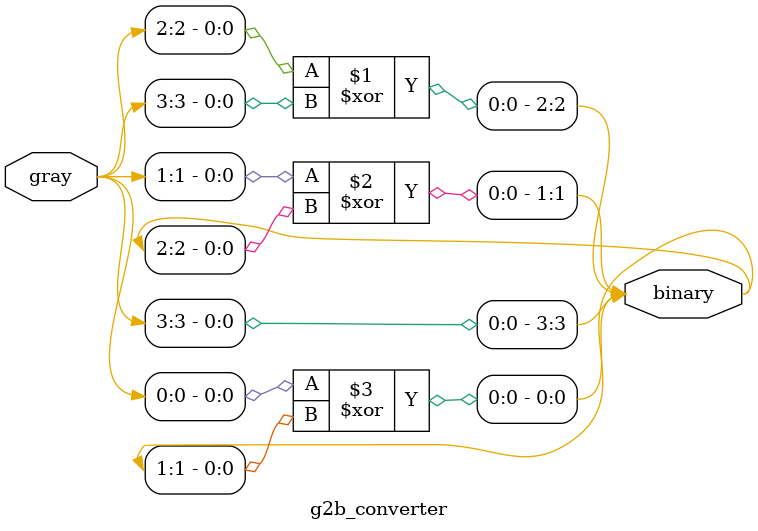
<source format=v>
module g2b_converter(gray,binary);
input [3:0]gray;
output [3:0]binary;

assign binary[3] = gray[3];  		 // MSB is the same
assign binary[2] = gray[2] ^ binary[3];  // B2 = G2 ^ B3
assign binary[1] = gray[1] ^ binary[2];  // B1 = G1 ^ B2
assign binary[0] = gray[0] ^ binary[1];  // B0 = G0 ^ B1
endmodule

</source>
